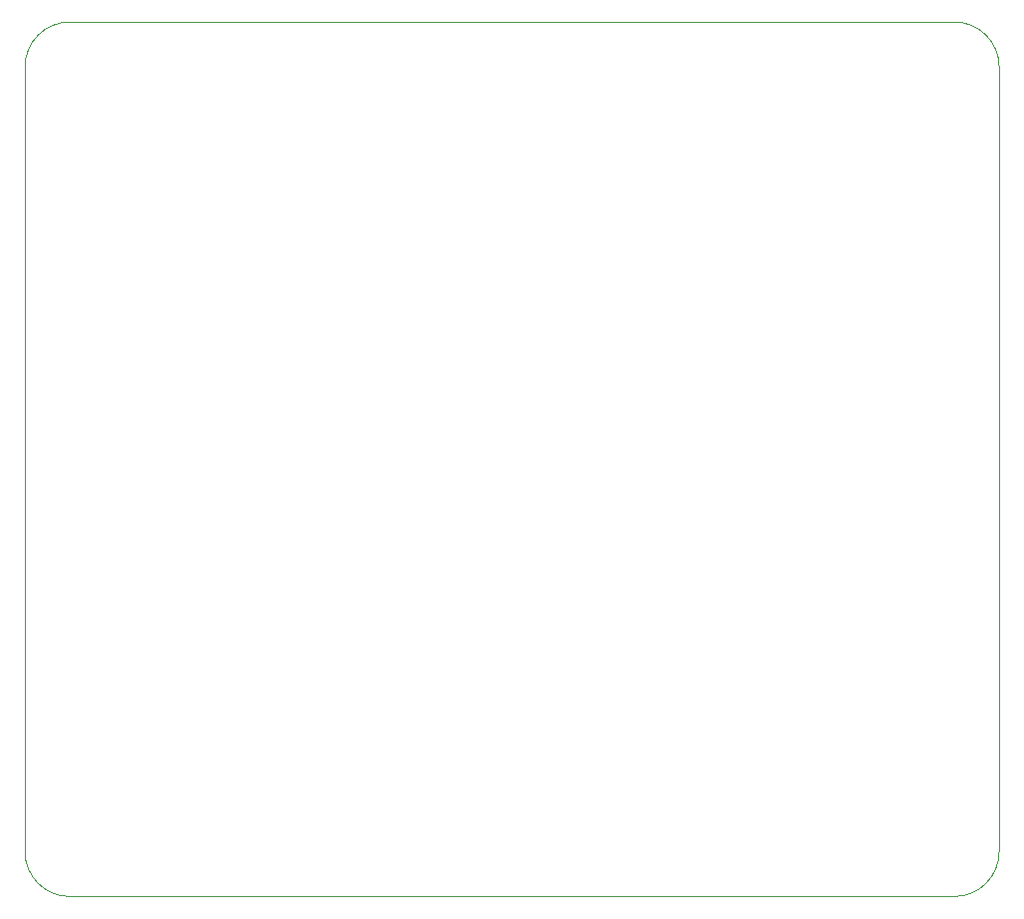
<source format=gm1>
G04 #@! TF.GenerationSoftware,KiCad,Pcbnew,7.0.9*
G04 #@! TF.CreationDate,2024-04-16T14:42:34-04:00*
G04 #@! TF.ProjectId,Converters,436f6e76-6572-4746-9572-732e6b696361,rev?*
G04 #@! TF.SameCoordinates,Original*
G04 #@! TF.FileFunction,Profile,NP*
%FSLAX46Y46*%
G04 Gerber Fmt 4.6, Leading zero omitted, Abs format (unit mm)*
G04 Created by KiCad (PCBNEW 7.0.9) date 2024-04-16 14:42:34*
%MOMM*%
%LPD*%
G01*
G04 APERTURE LIST*
G04 #@! TA.AperFunction,Profile*
%ADD10C,0.100000*%
G04 #@! TD*
G04 APERTURE END LIST*
D10*
X182626000Y-140815923D02*
X107442000Y-140815923D01*
X182626000Y-140815900D02*
G75*
G03*
X186436000Y-137005923I-100J3810100D01*
G01*
X186436023Y-70258077D02*
G75*
G03*
X182626000Y-66448077I-3810023J-23D01*
G01*
X103631977Y-137005923D02*
G75*
G03*
X107442000Y-140815923I3810023J23D01*
G01*
X103632000Y-137005923D02*
X103632000Y-70258077D01*
X107442000Y-66448100D02*
G75*
G03*
X103632000Y-70258077I0J-3810000D01*
G01*
X186436000Y-70258077D02*
X186436000Y-137005923D01*
X107442000Y-66448077D02*
X182626000Y-66448077D01*
M02*

</source>
